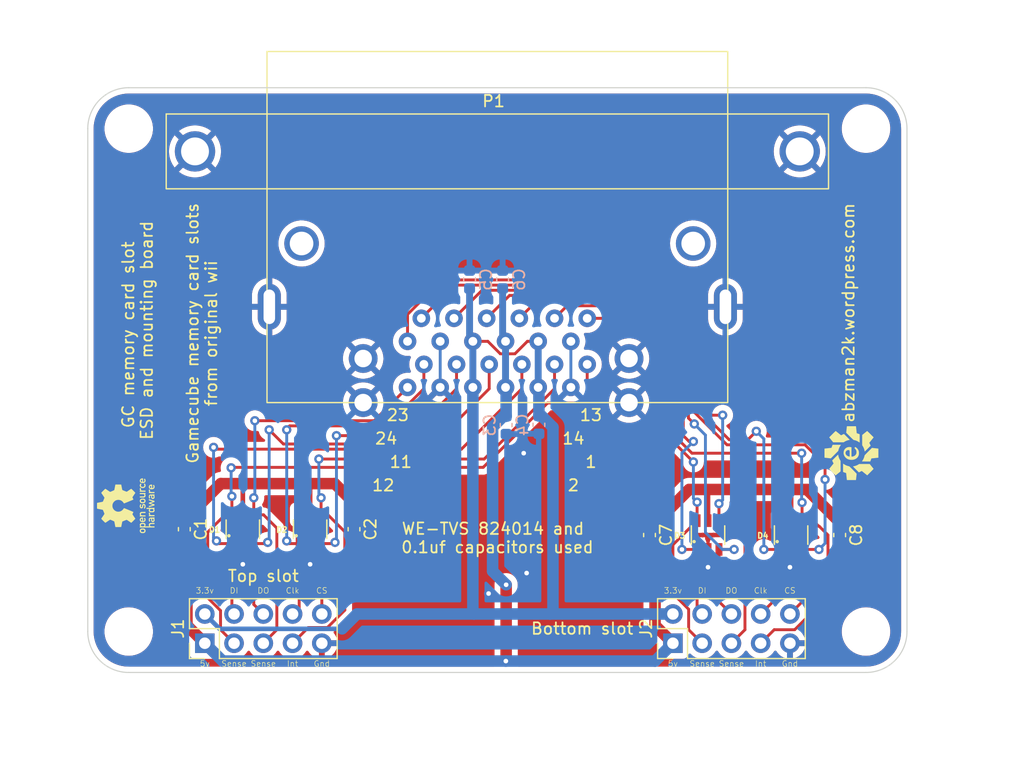
<source format=kicad_pcb>
(kicad_pcb (version 20211014) (generator pcbnew)
  (layers (0 "F.Cu" signal) (31 "B.Cu" signal) (34 "B.Paste" user) (35 "F.Paste" user) (36 "B.SilkS" user "B.Silkscreen") (37 "F.SilkS" user "F.Silkscreen") (38 "B.Mask" user) (39 "F.Mask" user) (44 "Edge.Cuts" user))
  (net 0 "")
  (net 1 "+5V")
  (net 2 "GND")
  (net 3 "+3V3")
  (net 4 "di1")
  (net 5 "do1")
  (net 6 "int1")
  (net 7 "sense1A")
  (net 8 "sense1B")
  (net 9 "clk1")
  (net 10 "cs1")
  (net 11 "di2")
  (net 12 "do2")
  (net 13 "int2")
  (net 14 "sense2A")
  (net 15 "sense2B")
  (net 16 "clk2")
  (net 17 "cs2")
  (footprint "MountingHole:MountingHole_3.2mm_M3" (layer "F.Cu") (at 94.996 77.724)
    (fp_text reference "REF**" hide)
    (fp_text value "MountingHole_3.2mm_M3")
    (pad "" np_thru_hole circle locked (at 0 0) (size 3.2 3.2) (drill 3.2) (layers *.Cu *.Mask))
  )
  (footprint "Capacitor_SMD:C_0603_1608Metric" (layer "F.Cu") (at 99.822 68.834 -90)
    (fp_text reference "C1" (at 0 -1.43 90) (layer "F.SilkS"))
    (fp_text value "C")
    (pad "1" smd roundrect locked (at -0.775 0 270) (size 0.9 0.95) (layers "F.Cu" "F.Paste" "F.Mask") (net 1 "+5V"))
    (pad "2" smd roundrect locked (at 0.775 0 270) (size 0.9 0.95) (layers "F.Cu" "F.Paste" "F.Mask") (net 2 "GND"))
  )
  (footprint "Connector_PinHeader_2.54mm:PinHeader_2x05_P2.54mm_Vertical" (layer "F.Cu") (at 142.24 78.74 90)
    (fp_text reference "J2" (at 1.27 -2.33 90) (layer "F.SilkS"))
    (fp_text value "memory card 2")
    (pad "1" thru_hole rect locked (at 0 0 90) (size 1.7 1.7) (drill 1) (layers *.Cu *.Mask) (net 1 "+5V"))
    (pad "2" thru_hole oval locked (at 2.54 0 90) (size 1.7 1.7) (drill 1) (layers *.Cu *.Mask) (net 3 "+3V3"))
    (pad "3" thru_hole oval locked (at 0 2.54 90) (size 1.7 1.7) (drill 1) (layers *.Cu *.Mask) (net 14 "sense2A"))
    (pad "4" thru_hole oval locked (at 2.54 2.54 90) (size 1.7 1.7) (drill 1) (layers *.Cu *.Mask) (net 11 "di2"))
    (pad "5" thru_hole oval locked (at 0 5.08 90) (size 1.7 1.7) (drill 1) (layers *.Cu *.Mask) (net 15 "sense2B"))
    (pad "6" thru_hole oval locked (at 2.54 5.08 90) (size 1.7 1.7) (drill 1) (layers *.Cu *.Mask) (net 12 "do2"))
    (pad "7" thru_hole oval locked (at 0 7.62 90) (size 1.7 1.7) (drill 1) (layers *.Cu *.Mask) (net 13 "int2"))
    (pad "8" thru_hole oval locked (at 2.54 7.62 90) (size 1.7 1.7) (drill 1) (layers *.Cu *.Mask) (net 16 "clk2"))
    (pad "9" thru_hole oval locked (at 0 10.16 90) (size 1.7 1.7) (drill 1) (layers *.Cu *.Mask) (net 2 "GND"))
    (pad "10" thru_hole oval locked (at 2.54 10.16 90) (size 1.7 1.7) (drill 1) (layers *.Cu *.Mask) (net 17 "cs2"))
  )
  (footprint "MountingHole:MountingHole_3.2mm_M3" (layer "F.Cu") (at 159.004 77.724)
    (fp_text reference "REF**" hide)
    (fp_text value "MountingHole_3.2mm_M3")
    (pad "" np_thru_hole circle locked (at 0 0) (size 3.2 3.2) (drill 3.2) (layers *.Cu *.Mask))
  )
  (footprint "Capacitor_SMD:C_0603_1608Metric" (layer "F.Cu") (at 114.554 68.834 -90)
    (fp_text reference "C2" (at 0 -1.43 90) (layer "F.SilkS"))
    (fp_text value "C")
    (pad "1" smd roundrect locked (at -0.775 0 270) (size 0.9 0.95) (layers "F.Cu" "F.Paste" "F.Mask") (net 1 "+5V"))
    (pad "2" smd roundrect locked (at 0.775 0 270) (size 0.9 0.95) (layers "F.Cu" "F.Paste" "F.Mask") (net 2 "GND"))
  )
  (footprint "Evan's misc parts:WE-TVS_SOT23-6L" (layer "F.Cu") (at 110.744 68.834)
    (fp_text reference "D2" (at -2.4568 0.051 180) (layer "F.SilkS") (effects (font (size 0.48 0.48))))
    (fp_text value "WE-TVS_824014")
    (pad "1" smd rect (at -0.95 1.25) (size 0.6 1.1) (layers "F.Cu" "F.Paste" "F.Mask") (net 9 "clk1"))
    (pad "2" smd rect (at 0 1.25) (size 0.6 1.1) (layers "F.Cu" "F.Paste" "F.Mask") (net 2 "GND"))
    (pad "3" smd rect (at 0.95 1.25) (size 0.6 1.1) (layers "F.Cu" "F.Paste" "F.Mask") (net 10 "cs1"))
    (pad "4" smd rect (at 0.95 -1.25) (size 0.6 1.1) (layers "F.Cu" "F.Paste" "F.Mask") (net 6 "int1"))
    (pad "5" smd rect (at 0 -1.25) (size 0.6 1.1) (layers "F.Cu" "F.Paste" "F.Mask") (net 1 "+5V"))
    (pad "6" smd rect (at -0.95 -1.25) (size 0.6 1.1) (layers "F.Cu" "F.Paste" "F.Mask"))
  )
  (footprint "Evan's misc parts:WE-TVS_SOT23-6L" (layer "F.Cu") (at 152.5016 69.342)
    (fp_text reference "D4" (at -2.4568 0.051 180) (layer "F.SilkS") (effects (font (size 0.48 0.48))))
    (fp_text value "WE-TVS_824014")
    (pad "1" smd rect (at -0.95 1.25) (size 0.6 1.1) (layers "F.Cu" "F.Paste" "F.Mask") (net 16 "clk2"))
    (pad "2" smd rect (at 0 1.25) (size 0.6 1.1) (layers "F.Cu" "F.Paste" "F.Mask") (net 2 "GND"))
    (pad "3" smd rect (at 0.95 1.25) (size 0.6 1.1) (layers "F.Cu" "F.Paste" "F.Mask") (net 17 "cs2"))
    (pad "4" smd rect (at 0.95 -1.25) (size 0.6 1.1) (layers "F.Cu" "F.Paste" "F.Mask") (net 13 "int2"))
    (pad "5" smd rect (at 0 -1.25) (size 0.6 1.1) (layers "F.Cu" "F.Paste" "F.Mask") (net 1 "+5V"))
    (pad "6" smd rect (at -0.95 -1.25) (size 0.6 1.1) (layers "F.Cu" "F.Paste" "F.Mask"))
  )
  (footprint "Evan's misc parts:Wii GC memory card socket" (layer "F.Cu") (at 134.799 54.513)
    (fp_text reference "P1" (at -8.128 -22.86 unlocked) (layer "F.SilkS"))
    (fp_text value "Wii_GC_memory_card_socket")
    (pad "" np_thru_hole circle (at 9.201 -10.5) (size 3 3) (drill 2.05) (layers F&B.Cu *.Mask))
    (pad "" np_thru_hole circle (at -24.799 -10.5) (size 3 3) (drill 2.05) (layers F&B.Cu *.Mask))
    (pad "1" thru_hole circle (at 0 0) (size 1.524 1.524) (drill 0.762) (layers *.Cu *.Mask) (net 7 "sense1A"))
    (pad "2" thru_hole circle (at -1.418 2) (size 1.524 1.524) (drill 0.762) (layers *.Cu *.Mask) (net 2 "GND"))
    (pad "3" thru_hole circle (at -2.836 0) (size 1.524 1.524) (drill 0.762) (layers *.Cu *.Mask) (net 6 "int1"))
    (pad "4" thru_hole circle (at -4.254 2) (size 1.524 1.524) (drill 0.762) (layers *.Cu *.Mask) (net 3 "+3V3"))
    (pad "5" thru_hole circle (at -5.672 0) (size 1.524 1.524) (drill 0.762) (layers *.Cu *.Mask) (net 4 "di1"))
    (pad "6" thru_hole circle (at -7.09 2) (size 1.524 1.524) (drill 0.762) (layers *.Cu *.Mask) (net 1 "+5V"))
    (pad "7" thru_hole circle (at -8.508 0) (size 1.524 1.524) (drill 0.762) (layers *.Cu *.Mask) (net 5 "do1"))
    (pad "8" thru_hole circle (at -9.926 2) (size 1.524 1.524) (drill 0.762) (layers *.Cu *.Mask) (net 3 "+3V3"))
    (pad "9" thru_hole circle (at -11.344 0) (size 1.524 1.524) (drill 0.762) (layers *.Cu *.Mask) (net 10 "cs1"))
    (pad "10" thru_hole circle (at -12.762 2) (size 1.524 1.524) (drill 0.762) (layers *.Cu *.Mask) (net 2 "GND"))
    (pad "11" thru_hole circle (at -14.18 0) (size 1.524 1.524) (drill 0.762) (layers *.Cu *.Mask) (net 9 "clk1"))
    (pad "12" thru_hole circle (at -15.598 2) (size 1.524 1.524) (drill 0.762) (layers *.Cu *.Mask) (net 8 "sense1B"))
    (pad "13" thru_hole circle (at 0 -4) (size 1.524 1.524) (drill 0.762) (layers *.Cu *.Mask) (net 14 "sense2A"))
    (pad "14" thru_hole circle (at -1.418 -2) (size 1.524 1.524) (drill 0.762) (layers *.Cu *.Mask) (net 2 "GND"))
    (pad "15" thru_hole circle (at -2.836 -4) (size 1.524 1.524) (drill 0.762) (layers *.Cu *.Mask) (net 13 "int2"))
    (pad "16" thru_hole circle (at -4.254 -2) (size 1.524 1.524) (drill 0.762) (layers *.Cu *.Mask) (net 3 "+3V3"))
    (pad "17" thru_hole circle (at -5.8928 -4) (size 1.524 1.524) (drill 0.762) (layers *.Cu *.Mask) (net 11 "di2"))
    (pad "18" thru_hole circle (at -7.09 -2) (size 1.524 1.524) (drill 0.762) (layers *.Cu *.Mask) (net 1 "+5V"))
    (pad "19" thru_hole circle (at -8.7288 -4) (size 1.524 1.524) (drill 0.762) (layers *.Cu *.Mask) (net 12 "do2"))
    (pad "20" thru_hole circle (at -9.926 -2) (size 1.524 1.524) (drill 0.762) (layers *.Cu *.Mask) (net 3 "+3V3"))
    (pad "21" thru_hole circle (at -11.5648 -4) (size 1.524 1.524) (drill 0.762) (layers *.Cu *.Mask) (net 17 "cs2"))
    (pad "22" thru_hole circle (at -12.762 -2) (size 1.524 1.524) (drill 0.762) (layers *.Cu *.Mask) (net 2 "GND"))
    (pad "23" thru_hole circle (at -14.4008 -4) (size 1.524 1.524) (drill 0.762) (layers *.Cu *.Mask) (net 16 "clk2"))
    (pad "24" thru_hole circle (at -15.598 -2) (size 1.524 1.524) (drill 0.762) (layers *.Cu *.Mask) (net 15 "sense2B"))
    (pad "SH1" thru_hole circle (at 3.6306 -0.508) (size 2.5 2.5) (drill 1.52) (layers *.Cu *.Mask) (net 2 "GND"))
    (pad "SH2" thru_hole circle (at 3.6306 3.322) (size 2.5 2.5) (drill 1.52) (layers *.Cu *.Mask) (net 2 "GND"))
    (pad "SH3" thru_hole circle (at -19.4494 -0.508) (size 2.5 2.5) (drill 1.52) (layers *.Cu *.Mask) (net 2 "GND"))
    (pad "SH4" thru_hole circle (at -19.4494 3.322) (size 2.5 2.5) (drill 1.52) (layers *.Cu *.Mask) (net 2 "GND"))
    (pad "SH5" thru_hole oval (at 12 -5) (size 2 4) (drill oval 1 3) (layers *.Cu *.Mask) (net 2 "GND"))
    (pad "SH6" thru_hole oval (at -27.598 -5) (size 2 4) (drill oval 1 3) (layers *.Cu *.Mask) (net 2 "GND"))
    (pad "SH7" thru_hole circle (at 18.451 -18.5) (size 3.5 3.5) (drill 2.42) (layers *.Cu *.Mask) (net 2 "GND"))
    (pad "SH8" thru_hole circle (at -34.049 -18.5) (size 3.5 3.5) (drill 2.42) (layers *.Cu *.Mask) (net 2 "GND"))
  )
  (footprint "MountingHole:MountingHole_3.2mm_M3" (layer "F.Cu") (at 94.996 34.036)
    (fp_text reference "REF**" hide)
    (fp_text value "MountingHole_3.2mm_M3")
    (pad "" np_thru_hole circle locked (at 0 0) (size 3.2 3.2) (drill 3.2) (layers *.Cu *.Mask))
  )
  (footprint "MountingHole:MountingHole_3.2mm_M3" (layer "F.Cu") (at 159.004 34.036)
    (fp_text reference "REF**" hide)
    (fp_text value "MountingHole_3.2mm_M3")
    (pad "" np_thru_hole circle locked (at 0 0) (size 3.2 3.2) (drill 3.2) (layers *.Cu *.Mask))
  )
  (footprint "Evan's misc parts:WE-TVS_SOT23-6L" (layer "F.Cu") (at 145.288 69.342)
    (fp_text reference "D3" (at -2.4568 0.051) (layer "F.SilkS") (effects (font (size 0.48 0.48))))
    (fp_text value "WE-TVS_824014")
    (pad "1" smd rect (at -0.95 1.25) (size 0.6 1.1) (layers "F.Cu" "F.Paste" "F.Mask") (net 11 "di2"))
    (pad "2" smd rect (at 0 1.25) (size 0.6 1.1) (layers "F.Cu" "F.Paste" "F.Mask") (net 2 "GND"))
    (pad "3" smd rect (at 0.95 1.25) (size 0.6 1.1) (layers "F.Cu" "F.Paste" "F.Mask") (net 12 "do2"))
    (pad "4" smd rect (at 0.95 -1.25) (size 0.6 1.1) (layers "F.Cu" "F.Paste" "F.Mask") (net 15 "sense2B"))
    (pad "5" smd rect (at 0 -1.25) (size 0.6 1.1) (layers "F.Cu" "F.Paste" "F.Mask") (net 1 "+5V"))
    (pad "6" smd rect (at -0.95 -1.25) (size 0.6 1.1) (layers "F.Cu" "F.Paste" "F.Mask") (net 14 "sense2A"))
  )
  (footprint "Connector_PinHeader_2.54mm:PinHeader_2x05_P2.54mm_Vertical" (layer "F.Cu") (at 101.6 78.74 90)
    (fp_text reference "J1" (at 1.27 -2.33 90) (layer "F.SilkS"))
    (fp_text value "memory card 1")
    (pad "1" thru_hole rect locked (at 0 0 90) (size 1.7 1.7) (drill 1) (layers *.Cu *.Mask) (net 1 "+5V"))
    (pad "2" thru_hole oval locked (at 2.54 0 90) (size 1.7 1.7) (drill 1) (layers *.Cu *.Mask) (net 3 "+3V3"))
    (pad "3" thru_hole oval locked (at 0 2.54 90) (size 1.7 1.7) (drill 1) (layers *.Cu *.Mask) (net 7 "sense1A"))
    (pad "4" thru_hole oval locked (at 2.54 2.54 90) (size 1.7 1.7) (drill 1) (layers *.Cu *.Mask) (net 4 "di1"))
    (pad "5" thru_hole oval locked (at 0 5.08 90) (size 1.7 1.7) (drill 1) (layers *.Cu *.Mask) (net 8 "sense1B"))
    (pad "6" thru_hole oval locked (at 2.54 5.08 90) (size 1.7 1.7) (drill 1) (layers *.Cu *.Mask) (net 5 "do1"))
    (pad "7" thru_hole oval locked (at 0 7.62 90) (size 1.7 1.7) (drill 1) (layers *.Cu *.Mask) (net 6 "int1"))
    (pad "8" thru_hole oval locked (at 2.54 7.62 90) (size 1.7 1.7) (drill 1) (layers *.Cu *.Mask) (net 9 "clk1"))
    (pad "9" thru_hole oval locked (at 0 10.16 90) (size 1.7 1.7) (drill 1) (layers *.Cu *.Mask) (net 2 "GND"))
    (pad "10" thru_hole oval locked (at 2.54 10.16 90) (size 1.7 1.7) (drill 1) (layers *.Cu *.Mask) (net 10 "cs1"))
  )
  (footprint "Evan's misc parts:Evan Logo" (layer "F.Cu") (at 157.734 62.23 90)
    (fp_text reference "G***" hide)
    (fp_text value "LOGO" hide)
  )
  (footprint "Evan's misc parts:WE-TVS_SOT23-6L" (layer "F.Cu") (at 104.902 68.834)
    (fp_text reference "D1" (at -2.4568 0.051 180) (layer "F.SilkS") (effects (font (size 0.48 0.48))))
    (fp_text value "WE-TVS_824014")
    (pad "1" smd rect (at -0.95 1.25) (size 0.6 1.1) (layers "F.Cu" "F.Paste" "F.Mask") (net 4 "di1"))
    (pad "2" smd rect (at 0 1.25) (size 0.6 1.1) (layers "F.Cu" "F.Paste" "F.Mask") (net 2 "GND"))
    (pad "3" smd rect (at 0.95 1.25) (size 0.6 1.1) (layers "F.Cu" "F.Paste" "F.Mask") (net 5 "do1"))
    (pad "4" smd rect (at 0.95 -1.25) (size 0.6 1.1) (layers "F.Cu" "F.Paste" "F.Mask") (net 8 "sense1B"))
    (pad "5" smd rect (at 0 -1.25) (size 0.6 1.1) (layers "F.Cu" "F.Paste" "F.Mask") (net 1 "+5V"))
    (pad "6" smd rect (at -0.95 -1.25) (size 0.6 1.1) (layers "F.Cu" "F.Paste" "F.Mask") (net 7 "sense1A"))
  )
  (footprint "Capacitor_SMD:C_0603_1608Metric" (layer "F.Cu") (at 140.208 69.342 -90)
    (fp_text reference "C7" (at 0 -1.43 90) (layer "F.SilkS"))
    (fp_text value "C")
    (pad "1" smd roundrect locked (at -0.775 0 270) (size 0.9 0.95) (layers "F.Cu" "F.Paste" "F.Mask") (net 1 "+5V"))
    (pad "2" smd roundrect locked (at 0.775 0 270) (size 0.9 0.95) (layers "F.Cu" "F.Paste" "F.Mask") (net 2 "GND"))
  )
  (footprint "Evan's misc parts:OSHW gear" (layer "F.Cu") (at 94.742 66.802 90)
    (fp_text reference "G***" hide)
    (fp_text value "LOGO" hide)
  )
  (footprint "Capacitor_SMD:C_0603_1608Metric" (layer "F.Cu") (at 156.718 69.342 -90)
    (fp_text reference "C8" (at 0 -1.43 90) (layer "F.SilkS"))
    (fp_text value "C")
    (pad "1" smd roundrect locked (at -0.775 0 270) (size 0.9 0.95) (layers "F.Cu" "F.Paste" "F.Mask") (net 1 "+5V"))
    (pad "2" smd roundrect locked (at 0.775 0 270) (size 0.9 0.95) (layers "F.Cu" "F.Paste" "F.Mask") (net 2 "GND"))
  )
  (footprint "Capacitor_SMD:C_0603_1608Metric" (layer "B.Cu") (at 124.587 47.1424 90)
    (fp_text reference "C5" (at 0 1.43 90) (layer "B.SilkS") (effects (justify mirror)))
    (fp_text value "C")
    (pad "1" smd roundrect locked (at -0.775 0 90) (size 0.9 0.95) (layers "B.Cu" "B.Paste" "B.Mask") (net 3 "+3V3"))
    (pad "2" smd roundrect locked (at 0.775 0 90) (size 0.9 0.95) (layers "B.Cu" "B.Paste" "B.Mask") (net 2 "GND"))
  )
  (footprint "Capacitor_SMD:C_0603_1608Metric" (layer "B.Cu") (at 127.762 59.7916 -90)
    (fp_text reference "C3" (at 0 1.43 90) (layer "B.SilkS") (effects (justify mirror)))
    (fp_text value "C")
    (pad "1" smd roundrect locked (at -0.775 0 270) (size 0.9 0.95) (layers "B.Cu" "B.Paste" "B.Mask") (net 1 "+5V"))
    (pad "2" smd roundrect locked (at 0.775 0 270) (size 0.9 0.95) (layers "B.Cu" "B.Paste" "B.Mask") (net 2 "GND"))
  )
  (footprint "Capacitor_SMD:C_0603_1608Metric" (layer "B.Cu") (at 127.4572 47.1424 90)
    (fp_text reference "C6" (at 0 1.43 90) (layer "B.SilkS") (effects (justify mirror)))
    (fp_text value "C")
    (pad "1" smd roundrect locked (at -0.775 0 90) (size 0.9 0.95) (layers "B.Cu" "B.Paste" "B.Mask") (net 1 "+5V"))
    (pad "2" smd roundrect locked (at 0.775 0 90) (size 0.9 0.95) (layers "B.Cu" "B.Paste" "B.Mask") (net 2 "GND"))
  )
  (footprint "Capacitor_SMD:C_0603_1608Metric" (layer "B.Cu") (at 130.6068 59.7662 -90)
    (fp_text reference "C4" (at 0 1.43 90) (layer "B.SilkS") (effects (justify mirror)))
    (fp_text value "C")
    (pad "1" smd roundrect locked (at -0.775 0 270) (size 0.9 0.95) (layers "B.Cu" "B.Paste" "B.Mask") (net 3 "+3V3"))
    (pad "2" smd roundrect locked (at 0.775 0 270) (size 0.9 0.95) (layers "B.Cu" "B.Paste" "B.Mask") (net 2 "GND"))
  )
  (gr_line (start 159.004 81.28) (end 94.996 81.28) (layer "Edge.Cuts") (width 0.1))
  (gr_line (start 162.56 34.036) (end 162.56 77.724) (layer "Edge.Cuts") (width 0.1))
  (gr_arc (start 94.996 81.28) (mid 92.481528 80.238472) (end 91.44 77.724) (layer "Edge.Cuts") (width 0.1))
  (gr_arc (start 159.004 30.48) (mid 161.518472 31.521528) (end 162.56 34.036) (layer "Edge.Cuts") (width 0.1))
  (gr_line (start 91.44 77.724) (end 91.44 34.036) (layer "Edge.Cuts") (width 0.1))
  (gr_arc (start 162.56 77.724) (mid 161.518472 80.238472) (end 159.004 81.28) (layer "Edge.Cuts") (width 0.1))
  (gr_arc (start 91.44 34.036) (mid 92.481528 31.521528) (end 94.996 30.48) (layer "Edge.Cuts") (width 0.1))
  (gr_line (start 94.996 30.48) (end 159.004 30.48) (layer "Edge.Cuts") (width 0.1))
  (gr_text "23" (at 118.364 58.928) (layer "F.SilkS") (effects (font (size 1 1))))
  (gr_text "5v" (at 142.24 80.518) (layer "F.SilkS") (effects (font (size 0.5 0.5) (thickness 0.05))))
  (gr_text "Gnd" (at 111.76 80.518) (layer "F.SilkS") (effects (font (size 0.5 0.5) (thickness 0.05))))
  (gr_text "Sense" (at 144.78 80.518) (layer "F.SilkS") (effects (font (size 0.5 0.5) (thickness 0.05))))
  (gr_text "DI" (at 104.14 74.168) (layer "F.SilkS") (effects (font (size 0.5 0.5) (thickness 0.05))))
  (gr_text "DI" (at 144.78 74.168) (layer "F.SilkS") (effects (font (size 0.5 0.5) (thickness 0.05))))
  (gr_text "Gamecube memory card slots\nfrom original wii" (at 101.346 51.816 90) (layer "F.SilkS") (effects (font (size 1 1))))
  (gr_text "GC memory card slot \nESD and mounting board" (at 95.758 51.562 90) (layer "F.SilkS") (effects (font (size 1 1))))
  (gr_text "Int" (at 109.22 80.518) (layer "F.SilkS") (effects (font (size 0.5 0.5) (thickness 0.05))))
  (gr_text "24" (at 117.348 60.96) (layer "F.SilkS") (effects (font (size 1 1))))
  (gr_text "12" (at 117.094 65.024) (layer "F.SilkS") (effects (font (size 1 1))))
  (gr_text "abzman2k.wordpress.com" (at 157.48 50.038 90) (layer "F.SilkS") (effects (font (size 1 1))))
  (gr_text "Sense" (at 104.14 80.518) (layer "F.SilkS") (effects (font (size 0.5 0.5) (thickness 0.05))))
  (gr_text "CS" (at 152.4 74.168) (layer "F.SilkS") (effects (font (size 0.5 0.5) (thickness 0.05))))
  (gr_text "2" (at 133.604 65.024) (layer "F.SilkS") (effects (font (size 1 1))))
  (gr_text "CS" (at 111.76 74.168) (layer "F.SilkS") (effects (font (size 0.5 0.5) (thickness 0.05))))
  (gr_text "Clk" (at 149.86 74.168) (layer "F.SilkS") (effects (font (size 0.5 0.5) (thickness 0.05))))
  (gr_text "1" (at 135.128 62.992) (layer "F.SilkS") (effects (font (size 1 1))))
  (gr_text "11" (at 118.618 62.992) (layer "F.SilkS") (effects (font (size 1 1))))
  (gr_text "Gnd" (at 152.4 80.518) (layer "F.SilkS") (effects (font (size 0.5 0.5) (thickness 0.05))))
  (gr_text "Top slot" (at 106.68 72.898) (layer "F.SilkS") (effects (font (size 1 1))))
  (gr_text "13" (at 135.128 58.928) (layer "F.SilkS") (effects (font (size 1 1))))
  (gr_text "3.3v" (at 101.6 74.168) (layer "F.SilkS") (effects (font (size 0.5 0.5) (thickness 0.05))))
  (gr_text "3.3v" (at 142.24 74.168) (layer "F.SilkS") (effects (font (size 0.5 0.5) (thickness 0.05))))
  (gr_text "14" (at 133.604 60.96) (layer "F.SilkS") (effects (font (size 1 1))))
  (gr_text "Sense" (at 147.32 80.518) (layer "F.SilkS") (effects (font (size 0.5 0.5) (thickness 0.05))))
  (gr_text "Int" (at 149.86 80.518) (layer "F.SilkS") (effects (font (size 0.5 0.5) (thickness 0.05))))
  (gr_text "5v" (at 101.6 80.518) (layer "F.SilkS") (effects (font (size 0.5 0.5) (thickness 0.05))))
  (gr_text "WE-TVS 824014 and \n0.1uf capacitors used" (at 127 69.596) (layer "F.SilkS") (effects (font (size 1 1))))
  (gr_text "DO" (at 106.68 74.168) (layer "F.SilkS") (effects (font (size 0.5 0.5) (thickness 0.05))))
  (gr_text "Sense" (at 106.68 80.518) (layer "F.SilkS") (effects (font (size 0.5 0.5) (thickness 0.05))))
  (gr_text "Clk" (at 109.22 74.168) (layer "F.SilkS") (effects (font (size 0.5 0.5) (thickness 0.05))))
  (gr_text "Bottom slot" (at 134.366 77.47) (layer "F.SilkS") (effects (font (size 1 1))))
  (gr_text "DO" (at 147.32 74.168) (layer "F.SilkS") (effects (font (size 0.5 0.5) (thickness 0.05))))
  (segment (start 100.571 68.059) (end 99.822 68.059) (width 1) (layer "F.Cu") (net 1))
  (segment (start 100.050489 71.336991) (end 101.02948 70.358) (width 1) (layer "F.Cu") (net 1))
  (segment (start 104.902 65.024) (end 104.752489 64.874489) (width 0.4) (layer "F.Cu") (net 1))
  (segment (start 140.690489 77.190489) (end 140.690489 71.907511) (width 1) (layer "F.Cu") (net 1))
  (segment (start 104.752489 64.874489) (end 102.988567 64.874489) (width 1) (layer "F.Cu") (net 1))
  (segment (start 99.822 68.041056) (end 99.822 68.059) (width 1) (layer "F.Cu") (net 1))
  (segment (start 114.554 66.548) (end 112.880489 64.874489) (width 1) (layer "F.Cu") (net 1))
  (segment (start 156.718 68.567) (end 156.718 68.223856) (width 1) (layer "F.Cu") (net 1))
  (segment (start 152.5016 68.092) (end 152.5016 65.6336) (width 0.4) (layer "F.Cu") (net 1))
  (segment (start 114.554 68.059) (end 114.554 66.548) (width 1) (layer "F.Cu") (net 1))
  (segment (start 101.6 78.74) (end 100.050489 77.190489) (width 1) (layer "F.Cu") (net 1))
  (segment (start 140.690489 71.907511) (end 141.41548 71.18252) (width 1) (layer "F.Cu") (net 1))
  (segment (start 142.24 78.74) (end 140.690489 77.190489) (width 1) (layer "F.Cu") (net 1))
  (segment (start 140.957 68.567) (end 140.208 68.567) (width 1) (layer "F.Cu") (net 1))
  (segment (start 101.02948 70.358) (end 101.02948 68.51748) (width 1) (layer "F.Cu") (net 1))
  (segment (start 112.880489 64.874489) (end 110.594489 64.874489) (width 1) (layer "F.Cu") (net 1))
  (segment (start 102.988567 64.874489) (end 99.822 68.041056) (width 1) (layer "F.Cu") (net 1))
  (segment (start 145.288 68.092) (end 145.288 65.486978) (width 0.4) (layer "F.Cu") (net 1))
  (segment (start 110.594489 64.874489) (end 104.752489 64.874489) (width 1) (layer "F.Cu") (net 1))
  (segment (start 153.876633 65.382489) (end 152.250489 65.382489) (width 1) (layer "F.Cu") (net 1))
  (segment (start 127.762 73.66) (end 127.762 80.264) (width 1) (layer "F.Cu") (net 1))
  (segment (start 140.462 68.567) (end 143.646511 65.382489) (width 1) (layer "F.Cu") (net 1))
  (segment (start 104.902 67.584) (end 104.902 65.024) (width 0.4) (layer "F.Cu") (net 1))
  (segment (start 100.050489 77.190489) (end 100.050489 71.336991) (width 1) (layer "F.Cu") (net 1))
  (segment (start 140.208 68.567) (end 140.462 68.567) (width 1) (layer "F.Cu") (net 1))
  (segment (start 145.288 65.486978) (end 145.183511 65.382489) (width 0.4) (layer "F.Cu") (net 1))
  (segment (start 101.02948 68.51748) (end 100.571 68.059) (width 1) (layer "F.Cu") (net 1))
  (segment (start 110.744 65.024) (end 110.594489 64.874489) (width 0.4) (layer "F.Cu") (net 1))
  (segment (start 156.718 68.223856) (end 153.876633 65.382489) (width 1) (layer "F.Cu") (net 1))
  (segment (start 152.250489 65.382489) (end 145.183511 65.382489) (width 1) (layer "F.Cu") (net 1))
  (segment (start 110.744 67.584) (end 110.744 65.024) (width 0.4) (layer "F.Cu") (net 1))
  (segment (start 141.41548 71.18252) (end 141.41548 69.02548) (width 1) (layer "F.Cu") (net 1))
  (segment (start 145.183511 65.382489) (end 143.646511 65.382489) (width 1) (layer "F.Cu") (net 1))
  (segment (start 152.5016 65.6336) (end 152.250489 65.382489) (width 0.4) (layer "F.Cu") (net 1))
  (segment (start 141.41548 69.02548) (end 140.957 68.567) (width 1) (layer "F.Cu") (net 1))
  (via (at 127.736489 80.289511) (size 0.8) (drill 0.4) (layers "F.Cu" "B.Cu") (net 1))
  (via (at 127.762 73.66) (size 0.8) (drill 0.4) (layers "F.Cu" "B.Cu") (net 1))
  (segment (start 127.762 59.0166) (end 127.529532 59.0166) (width 1) (layer "B.Cu") (net 1))
  (segment (start 127.4572 52.2612) (end 127.709 52.513) (width 0.6) (layer "B.Cu") (net 1))
  (segment (start 103.149511 80.289511) (end 127.736489 80.289511) (width 1) (layer "B.Cu") (net 1))
  (segment (start 127.736489 80.289511) (end 140.690489 80.289511) (width 1) (layer "B.Cu") (net 1))
  (segment (start 127.762 56.566) (end 127.709 56.513) (width 1) (layer "B.Cu") (net 1))
  (segment (start 127.4572 47.9174) (end 127.4572 52.2612) (width 0.6) (layer "B.Cu") (net 1))
  (segment (start 127.709 56.513) (end 127.709 52.513) (width 0.6) (layer "B.Cu") (net 1))
  (segment (start 127.762 59.0166) (end 127.762 56.566) (width 1) (layer "B.Cu") (net 1))
  (segment (start 127.762 59.0166) (end 127.709 58.9636) (width 0.25) (layer "B.Cu") (net 1))
  (segment (start 126.58748 72.48548) (end 127.762 73.66) (width 1) (layer "B.Cu") (net 1))
  (segment (start 101.6 78.74) (end 103.149511 80.289511) (width 1) (layer "B.Cu") (net 1))
  (segment (start 140.690489 80.289511) (end 142.24 78.74) (width 1) (layer "B.Cu") (net 1))
  (segment (start 127.529532 59.0166) (end 126.58748 59.958652) (width 1) (layer "B.Cu") (net 1))
  (segment (start 126.58748 59.958652) (end 126.58748 72.48548) (width 1) (layer "B.Cu") (net 1))
  (via (at 126.238 74.422) (size 0.8) (drill 0.4) (layers "F.Cu" "B.Cu") (net 2))
  (via (at 110.744 71.882) (size 0.8) (drill 0.4) (layers "F.Cu" "B.Cu") (net 2))
  (via (at 152.4 72.136) (size 0.8) (drill 0.4) (layers "F.Cu" "B.Cu") (net 2))
  (via (at 104.902 71.882) (size 0.8) (drill 0.4) (layers "F.Cu" "B.Cu") (net 2))
  (via (at 129.54 72.644) (size 0.8) (drill 0.4) (layers "F.Cu" "B.Cu") (net 2))
  (via (at 129.286 62.23) (size 0.8) (drill 0.4) (layers "F.Cu" "B.Cu") (net 2))
  (via (at 145.288 72.136) (size 0.8) (drill 0.4) (layers "F.Cu" "B.Cu") (net 2))
  (segment (start 122.037 52.513) (end 122.037 56.513) (width 0.25) (layer "B.Cu") (net 2))
  (segment (start 133.381 52.513) (end 133.381 56.513) (width 0.25) (layer "B.Cu") (net 2))
  (segment (start 126.17244 52.513) (end 127.258951 53.599511) (width 0.25) (layer "F.Cu") (net 3))
  (segment (start 129.605 52.513) (end 130.545 52.513) (width 0.25) (layer "F.Cu") (net 3))
  (segment (start 124.873 52.513) (end 126.17244 52.513) (width 0.25) (layer "F.Cu") (net 3))
  (segment (start 127.258951 53.599511) (end 128.518489 53.599511) (width 0.25) (layer "F.Cu") (net 3))
  (segment (start 128.518489 53.599511) (end 129.605 52.513) (width 0.25) (layer "F.Cu") (net 3))
  (segment (start 101.6 76.2) (end 102.890489 77.490489) (width 0.4) (layer "B.Cu") (net 3))
  (segment (start 124.968 76.2) (end 131.572 76.2) (width 1) (layer "B.Cu") (net 3))
  (segment (start 131.572 76.2) (end 142.24 76.2) (width 1) (layer "B.Cu") (net 3))
  (segment (start 130.839268 58.9912) (end 131.826 59.977932) (width 1) (layer "B.Cu") (net 3))
  (segment (start 113.517511 77.490489) (end 114.808 76.2) (width 1) (layer "B.Cu") (net 3))
  (segment (start 130.545 56.513) (end 130.545 52.513) (width 0.6) (layer "B.Cu") (net 3))
  (segment (start 102.890489 77.490489) (end 113.517511 77.490489) (width 0.4) (layer "B.Cu") (net 3))
  (segment (start 131.826 75.946) (end 131.572 76.2) (width 1) (layer "B.Cu") (net 3))
  (segment (start 114.808 76.2) (end 124.968 76.2) (width 1) (layer "B.Cu") (net 3))
  (segment (start 130.6068 58.9912) (end 130.6068 56.5748) (width 1) (layer "B.Cu") (net 3))
  (segment (start 124.873 56.513) (end 124.873 52.513) (width 0.6) (layer "B.Cu") (net 3))
  (segment (start 130.6068 58.9912) (end 130.839268 58.9912) (width 1) (layer "B.Cu") (net 3))
  (segment (start 124.587 52.227) (end 124.873 52.513) (width 0.6) (layer "B.Cu") (net 3))
  (segment (start 130.6068 56.5748) (end 130.545 56.513) (width 1) (layer "B.Cu") (net 3))
  (segment (start 124.873 56.513) (end 124.873 76.105) (width 1) (layer "B.Cu") (net 3))
  (segment (start 131.826 59.977932) (end 131.826 75.946) (width 1) (layer "B.Cu") (net 3))
  (segment (start 124.587 47.9174) (end 124.587 52.227) (width 0.6) (layer "B.Cu") (net 3))
  (segment (start 124.873 76.105) (end 124.968 76.2) (width 1) (layer "B.Cu") (net 3))
  (segment (start 103.952 70.084) (end 102.85 70.084) (width 0.25) (layer "F.Cu") (net 4))
  (segment (start 129.127 56.63156) (end 123.878529 61.880031) (width 0.25) (layer "F.Cu") (net 4))
  (segment (start 103.952 76.012) (end 104.14 76.2) (width 0.25) (layer "F.Cu") (net 4))
  (segment (start 103.952 70.084) (end 103.952 72.832) (width 0.25) (layer "F.Cu") (net 4))
  (segment (start 103.952 72.832) (end 103.952 76.012) (width 0.25) (layer "F.Cu") (net 4))
  (segment (start 102.520031 61.880031) (end 102.362 61.722) (width 0.25) (layer "F.Cu") (net 4))
  (segment (start 129.127 54.513) (end 129.127 56.63156) (width 0.25) (layer "F.Cu") (net 4))
  (segment (start 102.85 70.084) (end 102.616 69.85) (width 0.25) (layer "F.Cu") (net 4))
  (segment (start 123.878529 61.880031) (end 102.520031 61.880031) (width 0.25) (layer "F.Cu") (net 4))
  (via (at 102.616 69.85) (size 0.8) (drill 0.4) (layers "F.Cu" "B.Cu") (net 4))
  (via (at 102.362 61.722) (size 0.8) (drill 0.4) (layers "F.Cu" "B.Cu") (net 4))
  (segment (start 102.362 69.596) (end 102.616 69.85) (width 0.25) (layer "B.Cu") (net 4))
  (segment (start 102.362 61.722) (end 102.362 69.596) (width 0.25) (layer "B.Cu") (net 4))
  (segment (start 126.291 54.513) (end 126.291 56.63156) (width 0.25) (layer "F.Cu") (net 5))
  (segment (start 105.852 75.372) (end 106.68 76.2) (width 0.25) (layer "F.Cu") (net 5))
  (segment (start 105.852 72.71) (end 105.852 75.372) (width 0.25) (layer "F.Cu") (net 5))
  (segment (start 105.852 70.084) (end 105.852 72.71) (width 0.25) (layer "F.Cu") (net 5))
  (segment (start 121.492049 61.430511) (end 108.420511 61.430511) (width 0.25) (layer "F.Cu") (net 5))
  (segment (start 126.291 56.63156) (end 121.492049 61.430511) (width 0.25) (layer "F.Cu") (net 5))
  (segment (start 105.852 70.084) (end 106.954 70.084) (width 0.25) (layer "F.Cu") (net 5))
  (segment (start 108.420511 61.430511) (end 107.188 60.198) (width 0.25) (layer "F.Cu") (net 5))
  (via (at 107.061 69.977) (size 0.8) (drill 0.4) (layers "F.Cu" "B.Cu") (net 5))
  (via (at 107.188 60.198) (size 0.8) (drill 0.4) (layers "F.Cu" "B.Cu") (net 5))
  (segment (start 107.188 69.85) (end 107.061 69.977) (width 0.25) (layer "B.Cu") (net 5))
  (segment (start 107.188 60.198) (end 107.188 69.85) (width 0.25) (layer "B.Cu") (net 5))
  (segment (start 112.246499 77.374511) (end 110.585489 77.374511) (width 0.25) (layer "F.Cu") (net 6))
  (segment (start 110.585489 77.374511) (end 109.22 78.74) (width 0.25) (layer "F.Cu") (net 6))
  (segment (start 111.506 62.738) (end 125.85656 62.738) (width 0.25) (layer "F.Cu") (net 6))
  (segment (start 113.75448 69.05048) (end 112.288 67.584) (width 0.25) (layer "F.Cu") (net 6))
  (segment (start 125.85656 62.738) (end 131.963 56.63156) (width 0.25) (layer "F.Cu") (net 6))
  (segment (start 111.694 67.584) (end 111.694 66.106) (width 0.25) (layer "F.Cu") (net 6))
  (segment (start 113.75448 69.05048) (end 113.75448 75.86653) (width 0.25) (layer "F.Cu") (net 6))
  (segment (start 131.963 56.63156) (end 131.963 54.513) (width 0.25) (layer "F.Cu") (net 6))
  (segment (start 111.694 67.584) (end 112.288 67.584) (width 0.25) (layer "F.Cu") (net 6))
  (segment (start 113.75448 75.86653) (end 112.246499 77.374511) (width 0.25) (layer "F.Cu") (net 6))
  (via (at 111.694 66.106) (size 0.8) (drill 0.4) (layers "F.Cu" "B.Cu") (net 6))
  (via (at 111.506 62.738) (size 0.8) (drill 0.4) (layers "F.Cu" "B.Cu") (net 6))
  (segment (start 111.506 65.918) (end 111.694 66.106) (width 0.25) (layer "B.Cu") (net 6))
  (segment (start 111.506 62.738) (end 111.506 65.918) (width 0.25) (layer "B.Cu") (net 6))
  (segment (start 102.965489 77.565489) (end 104.14 78.74) (width 0.25) (layer "F.Cu") (net 7))
  (segment (start 103.952 67.584) (end 103.358 67.584) (width 0.25) (layer "F.Cu") (net 7))
  (segment (start 103.952 67.584) (end 103.952 65.974) (width 0.25) (layer "F.Cu") (net 7))
  (segment (start 131.360998 57.86928) (end 125.767766 63.462511) (width 0.25) (layer "F.Cu") (net 7))
  (segment (start 134.15472 57.86928) (end 131.360998 57.86928) (width 0.25) (layer "F.Cu") (net 7))
  (segment (start 101.854 69.088) (end 101.854 74.79299) (width 0.25) (layer "F.Cu") (net 7))
  (segment (start 125.767766 63.462511) (end 103.923489 63.462511) (width 0.25) (layer "F.Cu") (net 7))
  (segment (start 102.965489 75.904479) (end 102.965489 77.565489) (width 0.25) (layer "F.Cu") (net 7))
  (segment (start 101.854 74.79299) (end 102.965489 75.904479) (width 0.25) (layer "F.Cu") (net 7))
  (segment (start 103.358 67.584) (end 101.854 69.088) (width 0.25) (layer "F.Cu") (net 7))
  (segment (start 134.799 57.225) (end 134.15472 57.86928) (width 0.25) (layer "F.Cu") (net 7))
  (segment (start 134.799 54.513) (end 134.799 57.225) (width 0.25) (layer "F.Cu") (net 7))
  (via (at 103.952 65.974) (size 0.8) (drill 0.4) (layers "F.Cu" "B.Cu") (net 7))
  (via (at 103.886 63.5) (size 0.8) (drill 0.4) (layers "F.Cu" "B.Cu") (net 7))
  (segment (start 103.952 65.974) (end 103.886 65.908) (width 0.25) (layer "B.Cu") (net 7))
  (segment (start 103.886 65.908) (end 103.886 63.5) (width 0.25) (layer "B.Cu") (net 7))
  (segment (start 107.854511 77.565489) (end 107.854511 68.738511) (width 0.25) (layer "F.Cu") (net 8))
  (segment (start 107.854511 68.738511) (end 106.7 67.584) (width 0.25) (layer "F.Cu") (net 8))
  (segment (start 105.852 67.584) (end 105.852 66.106) (width 0.25) (layer "F.Cu") (net 8))
  (segment (start 119.201 56.513) (end 116.304489 59.409511) (width 0.25) (layer "F.Cu") (net 8))
  (segment (start 106.7 67.584) (end 105.852 67.584) (width 0.25) (layer "F.Cu") (net 8))
  (segment (start 106.68 78.74) (end 107.854511 77.565489) (width 0.25) (layer "F.Cu") (net 8))
  (segment (start 116.304489 59.409511) (end 105.944489 59.409511) (width 0.25) (layer "F.Cu") (net 8))
  (via (at 105.852 66.106) (size 0.8) (drill 0.4) (layers "F.Cu" "B.Cu") (net 8))
  (via (at 105.944489 59.409511) (size 0.8) (drill 0.4) (layers "F.Cu" "B.Cu") (net 8))
  (segment (start 105.944489 66.013511) (end 105.944489 59.409511) (width 0.25) (layer "B.Cu") (net 8))
  (segment (start 105.852 66.106) (end 105.944489 66.013511) (width 0.25) (layer "B.Cu") (net 8))
  (segment (start 108.712 60.113031) (end 108.712 60.198) (width 0.25) (layer "F.Cu") (net 9))
  (segment (start 108.966 59.859031) (end 108.712 60.113031) (width 0.25) (layer "F.Cu") (net 9))
  (segment (start 109.794 70.084) (end 109.794 72.832) (width 0.25) (layer "F.Cu") (net 9))
  (segment (start 108.946 70.084) (end 108.712 69.85) (width 0.25) (layer "F.Cu") (net 9))
  (segment (start 120.619 54.513) (end 120.619 56.63156) (width 0.25) (layer "F.Cu") (net 9))
  (segment (start 109.794 75.626) (end 109.22 76.2) (width 0.25) (layer "F.Cu") (net 9))
  (segment (start 109.794 72.832) (end 109.794 75.626) (width 0.25) (layer "F.Cu") (net 9))
  (segment (start 109.794 70.084) (end 108.946 70.084) (width 0.25) (layer "F.Cu") (net 9))
  (segment (start 117.391529 59.859031) (end 108.966 59.859031) (width 0.25) (layer "F.Cu") (net 9))
  (segment (start 120.619 56.63156) (end 117.391529 59.859031) (width 0.25) (layer "F.Cu") (net 9))
  (via (at 108.712 69.85) (size 0.8) (drill 0.4) (layers "F.Cu" "B.Cu") (net 9))
  (via (at 108.712 60.198) (size 0.8) (drill 0.4) (layers "F.Cu" "B.Cu") (net 9))
  (segment (start 108.712 60.198) (end 108.712 69.85) (width 0.25) (layer "B.Cu") (net 9))
  (segment (start 112.796 70.084) (end 112.903 69.977) (width 0.25) (layer "F.Cu") (net 10))
  (segment (start 119.38056 60.706) (end 123.455 56.63156) (width 0.25) (layer "F.Cu") (net 10))
  (segment (start 111.76 70.15) (end 111.694 70.084) (width 0.25) (layer "F.Cu") (net 10))
  (segment (start 113.03 60.706) (end 119.38056 60.706) (width 0.25) (layer "F.Cu") (net 10))
  (segment (start 111.694 70.084) (end 112.796 70.084) (width 0.25) (layer "F.Cu") (net 10))
  (segment (start 111.76 71.882) (end 111.76 70.15) (width 0.25) (layer "F.Cu") (net 10))
  (segment (start 111.76 76.2) (end 111.76 72.898) (width 0.25) (layer "F.Cu") (net 10))
  (segment (start 123.455 56.63156) (end 123.455 54.513) (width 0.25) (layer "F.Cu") (net 10))
  (segment (start 111.76 72.898) (end 111.76 71.882) (width 0.25) (layer "F.Cu") (net 10))
  (via (at 112.903 69.977) (size 0.8) (drill 0.4) (layers "F.Cu" "B.Cu") (net 10))
  (via (at 113.03 60.706) (size 0.8) (drill 0.4) (layers "F.Cu" "B.Cu") (net 10))
  (segment (start 113.03 69.85) (end 113.03 60.96) (width 0.25) (layer "B.Cu") (net 10))
  (segment (start 112.903 69.977) (end 113.03 69.85) (width 0.25) (layer "B.Cu") (net 10))
  (segment (start 128.9062 50.513) (end 130.442231 48.976969) (width 0.25) (layer "F.Cu") (net 11))
  (segment (start 139.402405 48.976969) (end 143.13904 52.713606) (width 0.25) (layer "F.Cu") (net 11))
  (segment (start 130.442231 48.976969) (end 139.402405 48.976969) (width 0.25) (layer "F.Cu") (net 11))
  (segment (start 144.78 76.2) (end 144.338 75.758) (width 0.25) (layer "F.Cu") (net 11))
  (segment (start 143.13904 52.713606) (end 143.13904 60.706) (width 0.25) (layer "F.Cu") (net 11))
  (segment (start 144.338 70.592) (end 143.022 70.592) (width 0.25) (layer "F.Cu") (net 11))
  (segment (start 143.64704 61.214) (end 144.018 61.214) (width 0.25) (layer "F.Cu") (net 11))
  (segment (start 144.338 73.34) (end 144.338 70.592) (width 0.25) (layer "F.Cu") (net 11))
  (segment (start 144.338 75.758) (end 144.338 73.34) (width 0.25) (layer "F.Cu") (net 11))
  (segment (start 143.13904 60.706) (end 143.64704 61.214) (width 0.25) (layer "F.Cu") (net 11))
  (via (at 144.018 61.214) (size 0.8) (drill 0.4) (layers "F.Cu" "B.Cu") (net 11))
  (via (at 143.022 70.592) (size 0.8) (drill 0.4) (layers "F.Cu" "B.Cu") (net 11))
  (segment (start 144.018 61.214) (end 143.022 62.21) (width 0.25) (layer "B.Cu") (net 11))
  (segment (start 143.022 62.21) (end 143.022 70.592) (width 0.25) (layer "B.Cu") (net 11))
  (segment (start 146.238 70.592) (end 147.554 70.592) (width 0.25) (layer "F.Cu") (net 12))
  (segment (start 147.32 76.2) (end 146.238 75.118) (width 0.25) (layer "F.Cu") (net 12))
  (segment (start 143.58856 59.182) (end 144.09656 59.69) (width 0.25) (layer "F.Cu") (net 12))
  (segment (start 128.055751 48.527449) (end 139.713449 48.527449) (width 0.25) (layer "F.Cu") (net 12))
  (segment (start 143.58856 52.40256) (end 143.58856 59.182) (width 0.25) (layer "F.Cu") (net 12))
  (segment (start 126.0702 50.513) (end 128.055751 48.527449) (width 0.25) (layer "F.Cu") (net 12))
  (segment (start 146.238 73.472) (end 146.238 70.592) (width 0.25) (layer "F.Cu") (net 12))
  (segment (start 139.713449 48.527449) (end 143.58856 52.40256) (width 0.25) (layer "F.Cu") (net 12))
  (segment (start 146.238 75.118) (end 146.238 73.472) (width 0.25) (layer "F.Cu") (net 12))
  (via (at 144.09656 59.69) (size 0.8) (drill 0.4) (layers "F.Cu" "B.Cu") (net 12))
  (via (at 147.554 70.592) (size 0.8) (drill 0.4) (layers "F.Cu" "B.Cu") (net 12))
  (segment (start 145.062511 69.116511) (end 146.538 70.592) (width 0.25) (layer "B.Cu") (net 12))
  (segment (start 144.09656 59.69) (end 145.062511 60.655951) (width 0.25) (layer "B.Cu") (net 12))
  (segment (start 146.538 70.592) (end 147.554 70.592) (width 0.25) (layer "B.Cu") (net 12))
  (segment (start 145.062511 60.655951) (end 145.062511 69.116511) (width 0.25) (layer "B.Cu") (net 12))
  (segment (start 154.90248 68.58) (end 154.41448 68.092) (width 0.25) (layer "F.Cu") (net 13))
  (segment (start 155.702 69.342) (end 155.702 74.676) (width 0.25) (layer "F.Cu") (net 13))
  (segment (start 153.4516 68.092) (end 153.4516 66.5124) (width 0.25) (layer "F.Cu") (net 13))
  (segment (start 154.41448 68.092) (end 153.4516 68.092) (width 0.25) (layer "F.Cu") (net 13))
  (segment (start 154.90248 68.58) (end 154.94 68.58) (width 0.25) (layer "F.Cu") (net 13))
  (segment (start 149.86 78.74) (end 151.034511 77.565489) (width 0.25) (layer "F.Cu") (net 13))
  (segment (start 131.963 50.513) (end 133.049511 49.426489) (width 0.25) (layer "F.Cu") (net 13))
  (segment (start 152.812511 77.565489) (end 154.94 75.438) (width 0.25) (layer "F.Cu") (net 13))
  (segment (start 133.049511 49.426489) (end 139.216207 49.426489) (width 0.25) (layer "F.Cu") (net 13))
  (segment (start 142.68952 52.899803) (end 142.68952 61.027802) (width 0.25) (layer "F.Cu") (net 13))
  (segment (start 143.891718 62.23) (end 153.416 62.23) (width 0.25) (layer "F.Cu") (net 13))
  (segment (start 154.94 68.58) (end 155.702 69.342) (width 0.25) (layer "F.Cu") (net 13))
  (segment (start 151.034511 77.565489) (end 152.812511 77.565489) (width 0.25) (layer "F.Cu") (net 13))
  (segment (start 142.68952 61.027802) (end 143.891718 62.23) (width 0.25) (layer "F.Cu") (net 13))
  (segment (start 155.702 74.676) (end 154.94 75.438) (width 0.25) (layer "F.Cu") (net 13))
  (segment (start 139.216207 49.426489) (end 142.68952 52.899803) (width 0.25) (layer "F.Cu") (net 13))
  (via (at 153.4516 66.5124) (size 0.8) (drill 0.4) (layers "F.Cu" "B.Cu") (net 13))
  (via (at 153.416 62.23) (size 0.8) (drill 0.4) (layers "F.Cu" "B.Cu") (net 13))
  (segment (start 153.416 62.23) (end 153.416 66.4768) (width 0.25) (layer "B.Cu") (net 13))
  (segment (start 153.416 66.4768) (end 153.4516 66.5124) (width 0.25) (layer "B.Cu") (net 13))
  (segment (start 139.667 50.513) (end 142.24 53.086) (width 0.25) (layer "F.Cu") (net 14))
  (segment (start 143.605489 77.565489) (end 144.78 78.74) (width 0.25) (layer "F.Cu") (net 14))
  (segment (start 144.338 68.092) (end 142.24 70.19) (width 0.25) (layer "F.Cu") (net 14))
  (segment (start 134.799 50.513) (end 139.667 50.513) (width 0.25) (layer "F.Cu") (net 14))
  (segment (start 142.24 70.19) (end 142.24 74.422) (width 0.25) (layer "F.Cu") (net 14))
  (segment (start 144.338 68.092) (end 144.338 66.482) (width 0.25) (layer "F.Cu") (net 14))
  (segment (start 142.24 61.214) (end 144.018 62.992) (width 0.25) (layer "F.Cu") (net 14))
  (segment (start 142.24 53.086) (end 142.24 61.214) (width 0.25) (layer "F.Cu") (net 14))
  (segment (start 143.605489 75.787489) (end 143.605489 77.565489) (width 0.25) (layer "F.Cu") (net 14))
  (segment (start 142.24 74.422) (end 143.605489 75.787489) (width 0.25) (layer "F.Cu") (net 14))
  (via (at 144.338 66.482) (size 0.8) (drill 0.4) (layers "F.Cu" "B.Cu") (net 14))
  (via (at 144.018 62.992) (size 0.8) (drill 0.4) (layers "F.Cu" "B.Cu") (net 14))
  (segment (start 144.018 62.992) (end 144.018 66.162) (width 0.25) (layer "B.Cu") (net 14))
  (segment (start 144.018 66.162) (end 144.338 66.482) (width 0.25) (layer "B.Cu") (net 14))
  (segment (start 147.32 78.74) (end 148.494511 77.565489) (width 0.25) (layer "F.Cu") (net 15))
  (segment (start 144.93712 58.23451) (end 145.63061 58.928) (width 0.25) (layer "F.Cu") (net 15))
  (segment (start 122.195751 47.178889) (end 140.272041 47.178889) (width 0.25) (layer "F.Cu") (net 15))
  (segment (start 144.93712 51.843969) (end 144.93712 58.23451) (width 0.25) (layer "F.Cu") (net 15))
  (segment (start 148.494511 68.484511) (end 148.102 68.092) (width 0.25) (layer "F.Cu") (net 15))
  (segment (start 146.238 68.092) (end 146.238 66.614) (width 0.25) (layer "F.Cu") (net 15))
  (segment (start 148.102 68.092) (end 146.238 68.092) (width 0.25) (layer "F.Cu") (net 15))
  (segment (start 145.63061 58.928) (end 146.558 58.928) (width 0.25) (layer "F.Cu") (net 15))
  (segment (start 148.494511 77.565489) (end 148.494511 68.484511) (width 0.25) (layer "F.Cu") (net 15))
  (segment (start 140.272041 47.178889) (end 144.93712 51.843969) (width 0.25) (layer "F.Cu") (net 15))
  (segment (start 119.201 50.17364) (end 122.195751 47.178889) (width 0.25) (layer "F.Cu") (net 15))
  (segment (start 119.201 52.513) (end 119.201 50.17364) (width 0.25) (layer "F.Cu") (net 15))
  (via (at 146.238 66.614) (size 0.8) (drill 0.4) (layers "F.Cu" "B.Cu") (net 15))
  (via (at 146.558 58.928) (size 0.8) (drill 0.4) (layers "F.Cu" "B.Cu") (net 15))
  (segment (start 146.558 66.294) (end 146.238 66.614) (width 0.25) (layer "B.Cu") (net 15))
  (segment (start 146.558 58.928) (end 146.558 66.294) (width 0.25) (layer "B.Cu") (net 15))
  (segment (start 120.3982 50.513) (end 123.282791 47.628409) (width 0.25) (layer "F.Cu") (net 16))
  (segment (start 123.282791 47.628409) (end 140.085843 47.628409) (width 0.25) (layer "F.Cu") (net 16))
  (segment (start 140.085843 47.628409) (end 144.4876 52.030166) (width 0.25) (layer "F.Cu") (net 16))
  (segment (start 144.4876 52.030166) (end 144.4876 58.420708) (width 0.25) (layer "F.Cu") (net 16))
  (segment (start 151.5516 73.4924) (end 151.5516 70.592) (width 0.25) (layer "F.Cu") (net 16))
  (segment (start 149.86 76.2) (end 151.5516 74.5084) (width 0.25) (layer "F.Cu") (net 16))
  (segment (start 147.122861 61.055969) (end 148.748031 61.055969) (width 0.25) (layer "F.Cu") (net 16))
  (segment (start 151.5516 70.592) (end 150.134 70.592) (width 0.25) (layer "F.Cu") (net 16))
  (segment (start 148.748031 61.055969) (end 149.479 60.325) (width 0.25) (layer "F.Cu") (net 16))
  (segment (start 144.4876 58.420708) (end 147.122861 61.055969) (width 0.25) (layer "F.Cu") (net 16))
  (segment (start 151.5516 74.5084) (end 151.5516 73.4924) (width 0.25) (layer "F.Cu") (net 16))
  (via (at 150.134 70.592) (size 0.8) (drill 0.4) (layers "F.Cu" "B.Cu") (net 16))
  (via (at 149.479 60.325) (size 0.8) (drill 0.4) (layers "F.Cu" "B.Cu") (net 16))
  (segment (start 149.479 60.325) (end 150.134 60.98) (width 0.25) (layer "B.Cu") (net 16))
  (segment (start 150.134 60.98) (end 150.134 70.592) (width 0.25) (layer "B.Cu") (net 16))
  (segment (start 153.4516 75.1484) (end 152.4 76.2) (width 0.25) (layer "F.Cu") (net 17))
  (segment (start 144.105174 58.674) (end 144.03808 58.674) (width 0.25) (layer "F.Cu") (net 17))
  (segment (start 144.03808 58.674) (end 144.03808 52.216363) (width 0.25) (layer "F.Cu") (net 17))
  (segment (start 153.4516 70.592) (end 154.92 70.592) (width 0.25) (layer "F.Cu") (net 17))
  (segment (start 146.936663 61.505489) (end 144.105174 58.674) (width 0.25) (layer "F.Cu") (net 17))
  (segment (start 153.4516 73.3704) (end 153.4516 75.1484) (width 0.25) (layer "F.Cu") (net 17))
  (segment (start 155.448 63.237386) (end 153.716103 61.505489) (width 0.25) (layer "F.Cu") (net 17))
  (segment (start 153.4516 70.592) (end 153.4516 73.3704) (width 0.25) (layer "F.Cu") (net 17))
  (segment (start 139.899646 48.077929) (end 125.669271 48.077929) (width 0.25) (layer "F.Cu") (net 17))
  (segment (start 153.716103 61.505489) (end 146.936663 61.505489) (width 0.25) (layer "F.Cu") (net 17))
  (segment (start 125.669271 48.077929) (end 123.2342 50.513) (width 0.25) (layer "F.Cu") (net 17))
  (segment (start 144.03808 52.216363) (end 139.899646 48.077929) (width 0.25) (layer "F.Cu") (net 17))
  (segment (start 155.448 64.516) (end 155.448 63.237386) (width 0.25) (layer "F.Cu") (net 17))
  (via (at 155.448 64.516) (size 0.8) (drill 0.4) (layers "F.Cu" "B.Cu") (net 17))
  (via (at 154.92 70.592) (size 0.8) (drill 0.4) (layers "F.Cu" "B.Cu") (net 17))
  (segment (start 155.448 70.064) (end 155.448 64.516) (width 0.25) (layer "B.Cu") (net 17))
  (segment (start 154.92 70.592) (end 155.448 70.064) (width 0.25) (layer "B.Cu") (net 17))
  (zone (net 2) (net_name "GND") (layers F&B.Cu) (connect_pads (clearance 0.508)) (min_thickness 0.254) (fill yes (thermal_gap 0.508) (thermal_bridge_width 0.508))
    (polygon (pts (xy 167.64 88.9) (xy 83.82 88.9) (xy 83.82 25.4) (xy 172.72 22.86)))
  )
)
</source>
